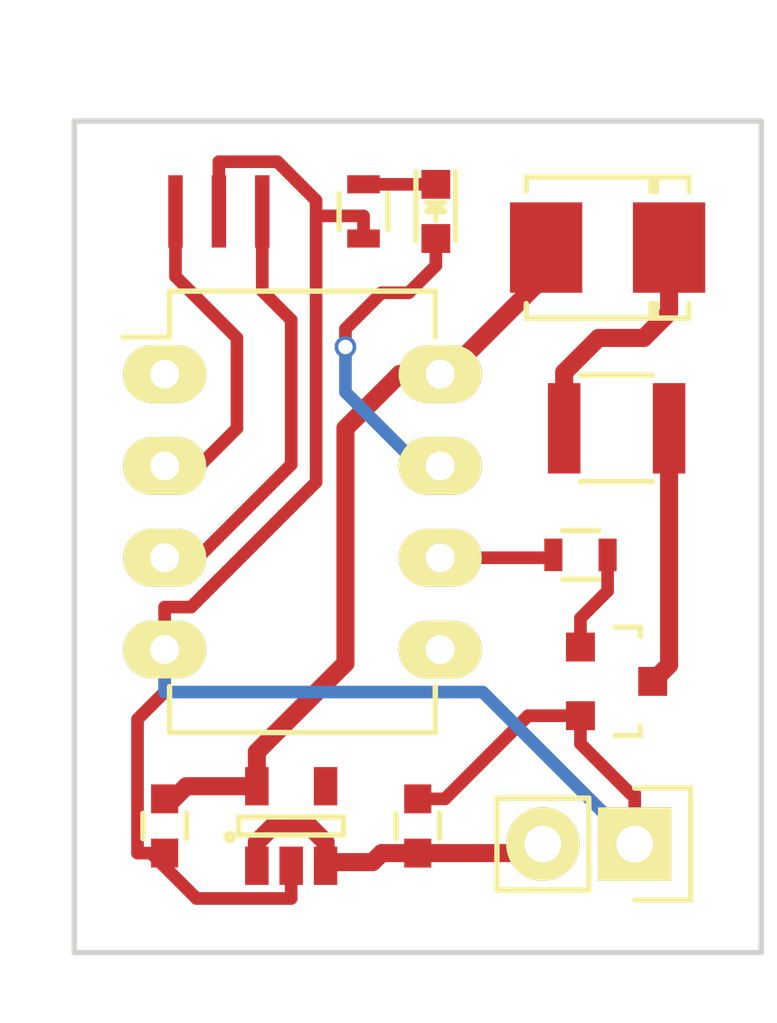
<source format=kicad_pcb>
(kicad_pcb (version 20171130) (host pcbnew "(5.1.12)-1")

  (general
    (thickness 1.6)
    (drawings 4)
    (tracks 105)
    (zones 0)
    (modules 12)
    (nets 15)
  )

  (page A4)
  (layers
    (0 F.Cu signal)
    (31 B.Cu signal)
    (32 B.Adhes user)
    (33 F.Adhes user hide)
    (34 B.Paste user)
    (35 F.Paste user)
    (36 B.SilkS user)
    (37 F.SilkS user)
    (38 B.Mask user)
    (39 F.Mask user)
    (40 Dwgs.User user)
    (41 Cmts.User user)
    (42 Eco1.User user)
    (43 Eco2.User user)
    (44 Edge.Cuts user)
    (45 Margin user)
    (46 B.CrtYd user)
    (47 F.CrtYd user)
    (48 B.Fab user)
    (49 F.Fab user)
  )

  (setup
    (last_trace_width 0.35)
    (trace_clearance 0.2)
    (zone_clearance 0.325)
    (zone_45_only no)
    (trace_min 0.2)
    (via_size 0.6)
    (via_drill 0.4)
    (via_min_size 0.4)
    (via_min_drill 0.3)
    (uvia_size 0.3)
    (uvia_drill 0.1)
    (uvias_allowed no)
    (uvia_min_size 0.2)
    (uvia_min_drill 0.1)
    (edge_width 0.15)
    (segment_width 0.2)
    (pcb_text_width 0.3)
    (pcb_text_size 1.5 1.5)
    (mod_edge_width 0.15)
    (mod_text_size 1 1)
    (mod_text_width 0.15)
    (pad_size 1.524 1.524)
    (pad_drill 0.762)
    (pad_to_mask_clearance 0.2)
    (aux_axis_origin 0 0)
    (visible_elements 7FFEFFFF)
    (pcbplotparams
      (layerselection 0x00030_80000001)
      (usegerberextensions false)
      (usegerberattributes true)
      (usegerberadvancedattributes true)
      (creategerberjobfile true)
      (excludeedgelayer true)
      (linewidth 0.100000)
      (plotframeref false)
      (viasonmask false)
      (mode 1)
      (useauxorigin false)
      (hpglpennumber 1)
      (hpglpenspeed 20)
      (hpglpendiameter 15.000000)
      (psnegative false)
      (psa4output false)
      (plotreference true)
      (plotvalue true)
      (plotinvisibletext false)
      (padsonsilk false)
      (subtractmaskfromsilk false)
      (outputformat 1)
      (mirror false)
      (drillshape 1)
      (scaleselection 1)
      (outputdirectory ""))
  )

  (net 0 "")
  (net 1 +5V)
  (net 2 "Net-(D1-Pad1)")
  (net 3 PB2)
  (net 4 PB1)
  (net 5 GND)
  (net 6 "Net-(IC1-Pad3)")
  (net 7 "Net-(IC1-Pad2)")
  (net 8 "Net-(Q1-Pad1)")
  (net 9 "Net-(Q1-Pad3)")
  (net 10 "Net-(C1-Pad1)")
  (net 11 PB0)
  (net 12 PB5)
  (net 13 "Net-(U1-Pad4)")
  (net 14 "Net-(D2-Pad1)")

  (net_class Default "This is the default net class."
    (clearance 0.2)
    (trace_width 0.35)
    (via_dia 0.6)
    (via_drill 0.4)
    (uvia_dia 0.3)
    (uvia_drill 0.1)
    (add_net GND)
    (add_net "Net-(D2-Pad1)")
    (add_net "Net-(IC1-Pad2)")
    (add_net "Net-(IC1-Pad3)")
    (add_net "Net-(Q1-Pad1)")
    (add_net "Net-(U1-Pad4)")
    (add_net PB0)
    (add_net PB1)
    (add_net PB2)
    (add_net PB5)
  )

  (net_class 5v ""
    (clearance 0.2)
    (trace_width 0.5)
    (via_dia 0.6)
    (via_drill 0.4)
    (uvia_dia 0.3)
    (uvia_drill 0.1)
    (add_net +5V)
  )

  (net_class d ""
    (clearance 0.2)
    (trace_width 0.5)
    (via_dia 0.6)
    (via_drill 0.4)
    (uvia_dia 0.3)
    (uvia_drill 0.1)
    (add_net "Net-(C1-Pad1)")
  )

  (net_class e ""
    (clearance 0.2)
    (trace_width 0.5)
    (via_dia 0.6)
    (via_drill 0.4)
    (uvia_dia 0.3)
    (uvia_drill 0.1)
    (add_net "Net-(D1-Pad1)")
    (add_net "Net-(Q1-Pad3)")
  )

  (net_class gndplane ""
    (clearance 0.1)
    (trace_width 0.25)
    (via_dia 0.6)
    (via_drill 0.4)
    (uvia_dia 0.3)
    (uvia_drill 0.1)
  )

  (module TO_SOT_Packages_SMD:SOT-23-5 (layer F.Cu) (tedit 57EF1933) (tstamp 57EF02C0)
    (at 106 119.5 90)
    (descr "5-pin SOT23 package")
    (tags SOT-23-5)
    (path /578DBE15)
    (attr smd)
    (fp_text reference U1 (at -0.05 -2.55 90) (layer F.SilkS) hide
      (effects (font (size 1 1) (thickness 0.15)))
    )
    (fp_text value "5.5v Reg" (at -0.05 2.35 90) (layer F.Fab)
      (effects (font (size 1 1) (thickness 0.15)))
    )
    (fp_circle (center -0.3 -1.7) (end -0.2 -1.7) (layer F.SilkS) (width 0.15))
    (fp_line (start -0.25 -1.45) (end -0.25 1.45) (layer F.SilkS) (width 0.15))
    (fp_line (start -0.25 1.45) (end 0.25 1.45) (layer F.SilkS) (width 0.15))
    (fp_line (start 0.25 1.45) (end 0.25 -1.45) (layer F.SilkS) (width 0.15))
    (fp_line (start 0.25 -1.45) (end -0.25 -1.45) (layer F.SilkS) (width 0.15))
    (fp_line (start -1.8 1.6) (end -1.8 -1.6) (layer F.CrtYd) (width 0.05))
    (fp_line (start 1.8 1.6) (end -1.8 1.6) (layer F.CrtYd) (width 0.05))
    (fp_line (start 1.8 -1.6) (end 1.8 1.6) (layer F.CrtYd) (width 0.05))
    (fp_line (start -1.8 -1.6) (end 1.8 -1.6) (layer F.CrtYd) (width 0.05))
    (pad 1 smd rect (at -1.1 -0.95 90) (size 1.06 0.65) (layers F.Cu F.Paste F.Mask)
      (net 10 "Net-(C1-Pad1)"))
    (pad 2 smd rect (at -1.1 0 90) (size 1.06 0.65) (layers F.Cu F.Paste F.Mask)
      (net 5 GND))
    (pad 3 smd rect (at -1.1 0.95 90) (size 1.06 0.65) (layers F.Cu F.Paste F.Mask)
      (net 10 "Net-(C1-Pad1)"))
    (pad 4 smd rect (at 1.1 0.95 90) (size 1.06 0.65) (layers F.Cu F.Paste F.Mask)
      (net 13 "Net-(U1-Pad4)"))
    (pad 5 smd rect (at 1.1 -0.95 90) (size 1.06 0.65) (layers F.Cu F.Paste F.Mask)
      (net 1 +5V))
    (model TO_SOT_Packages_SMD.3dshapes/SOT-23-5.wrl
      (at (xyz 0 0 0))
      (scale (xyz 1 1 1))
      (rotate (xyz 0 0 0))
    )
  )

  (module Diodes_SMD:DO-214BA (layer F.Cu) (tedit 57EF0F7D) (tstamp 57EF028A)
    (at 114.75 103.5 180)
    (descr "Microsemi LSM115J")
    (tags "DO-214BA diode")
    (path /57767E62)
    (attr smd)
    (fp_text reference D1 (at 0 -3 180) (layer F.SilkS) hide
      (effects (font (size 1 1) (thickness 0.15)))
    )
    (fp_text value LED (at 0 3 180) (layer F.Fab)
      (effects (font (size 1 1) (thickness 0.15)))
    )
    (fp_line (start 2.25 1.95) (end -2.25 1.95) (layer F.SilkS) (width 0.15))
    (fp_line (start -2.25 -1.95) (end 2.25 -1.95) (layer F.SilkS) (width 0.15))
    (fp_line (start -1.2 -1.55) (end -1.2 -1.95) (layer F.SilkS) (width 0.15))
    (fp_line (start -1.35 -1.55) (end -1.2 -1.55) (layer F.SilkS) (width 0.15))
    (fp_line (start -1.35 -1.95) (end -1.35 -1.55) (layer F.SilkS) (width 0.15))
    (fp_line (start -1.2 1.55) (end -1.2 1.95) (layer F.SilkS) (width 0.15))
    (fp_line (start -1.35 1.55) (end -1.2 1.55) (layer F.SilkS) (width 0.15))
    (fp_line (start -1.35 1.95) (end -1.35 1.55) (layer F.SilkS) (width 0.15))
    (fp_line (start 2.25 -1.95) (end 2.25 -1.55) (layer F.SilkS) (width 0.15))
    (fp_line (start 2.25 1.95) (end 2.25 1.55) (layer F.SilkS) (width 0.15))
    (fp_line (start -2.25 1.95) (end -2.25 1.55) (layer F.SilkS) (width 0.15))
    (fp_line (start -2.25 -1.95) (end -2.25 -1.55) (layer F.SilkS) (width 0.15))
    (fp_line (start -3 2.25) (end -3 -2.25) (layer F.CrtYd) (width 0.05))
    (fp_line (start 3 2.25) (end -3 2.25) (layer F.CrtYd) (width 0.05))
    (fp_line (start 3 -2.25) (end 3 2.25) (layer F.CrtYd) (width 0.05))
    (fp_line (start -3 -2.25) (end 3 -2.25) (layer F.CrtYd) (width 0.05))
    (pad 2 smd rect (at 1.7 0 180) (size 2 2.5) (layers F.Cu F.Paste F.Mask)
      (net 1 +5V))
    (pad 1 smd rect (at -1.7 0 180) (size 2 2.5) (layers F.Cu F.Paste F.Mask)
      (net 2 "Net-(D1-Pad1)"))
  )

  (module Housings_DIP:DIP-8_W7.62mm_LongPads (layer F.Cu) (tedit 57EF0F94) (tstamp 57EF0296)
    (at 102.5 107)
    (descr "8-lead dip package, row spacing 7.62 mm (300 mils), longer pads")
    (tags "dil dip 2.54 300")
    (path /57767CFC)
    (fp_text reference IC1 (at 0 -5.22) (layer F.SilkS) hide
      (effects (font (size 1 1) (thickness 0.15)))
    )
    (fp_text value ATTINY85-S (at 0 -3.72) (layer F.Fab)
      (effects (font (size 1 1) (thickness 0.15)))
    )
    (fp_line (start 0.135 -1.025) (end -1.15 -1.025) (layer F.SilkS) (width 0.15))
    (fp_line (start 0.135 9.915) (end 7.485 9.915) (layer F.SilkS) (width 0.15))
    (fp_line (start 0.135 -2.295) (end 7.485 -2.295) (layer F.SilkS) (width 0.15))
    (fp_line (start 0.135 9.915) (end 0.135 8.645) (layer F.SilkS) (width 0.15))
    (fp_line (start 7.485 9.915) (end 7.485 8.645) (layer F.SilkS) (width 0.15))
    (fp_line (start 7.485 -2.295) (end 7.485 -1.025) (layer F.SilkS) (width 0.15))
    (fp_line (start 0.135 -2.295) (end 0.135 -1.025) (layer F.SilkS) (width 0.15))
    (fp_line (start -1.4 10.1) (end 9 10.1) (layer F.CrtYd) (width 0.05))
    (fp_line (start -1.4 -2.45) (end 9 -2.45) (layer F.CrtYd) (width 0.05))
    (fp_line (start 9 -2.45) (end 9 10.1) (layer F.CrtYd) (width 0.05))
    (fp_line (start -1.4 -2.45) (end -1.4 10.1) (layer F.CrtYd) (width 0.05))
    (pad 1 thru_hole oval (at 0 0) (size 2.3 1.6) (drill 0.8) (layers *.Cu *.Mask F.SilkS)
      (net 12 PB5))
    (pad 2 thru_hole oval (at 0 2.54) (size 2.3 1.6) (drill 0.8) (layers *.Cu *.Mask F.SilkS)
      (net 7 "Net-(IC1-Pad2)"))
    (pad 3 thru_hole oval (at 0 5.08) (size 2.3 1.6) (drill 0.8) (layers *.Cu *.Mask F.SilkS)
      (net 6 "Net-(IC1-Pad3)"))
    (pad 4 thru_hole oval (at 0 7.62) (size 2.3 1.6) (drill 0.8) (layers *.Cu *.Mask F.SilkS)
      (net 5 GND))
    (pad 5 thru_hole oval (at 7.62 7.62) (size 2.3 1.6) (drill 0.8) (layers *.Cu *.Mask F.SilkS)
      (net 11 PB0))
    (pad 6 thru_hole oval (at 7.62 5.08) (size 2.3 1.6) (drill 0.8) (layers *.Cu *.Mask F.SilkS)
      (net 4 PB1))
    (pad 7 thru_hole oval (at 7.62 2.54) (size 2.3 1.6) (drill 0.8) (layers *.Cu *.Mask F.SilkS)
      (net 3 PB2))
    (pad 8 thru_hole oval (at 7.62 0) (size 2.3 1.6) (drill 0.8) (layers *.Cu *.Mask F.SilkS)
      (net 1 +5V))
    (model Housings_DIP.3dshapes/DIP-8_W7.62mm_LongPads.wrl
      (at (xyz 0 0 0))
      (scale (xyz 1 1 1))
      (rotate (xyz 0 0 0))
    )
  )

  (module Pin_Headers:Pin_Header_Straight_1x02 (layer F.Cu) (tedit 57EF0F54) (tstamp 57EF029C)
    (at 115.5 120 270)
    (descr "Through hole pin header")
    (tags "pin header")
    (path /5776943D)
    (fp_text reference P1 (at 0 -2.5 270) (layer F.SilkS) hide
      (effects (font (size 1 1) (thickness 0.15)))
    )
    (fp_text value CONN_01X02 (at 0 -3.1 270) (layer F.Fab)
      (effects (font (size 1 1) (thickness 0.15)))
    )
    (fp_line (start -1.27 3.81) (end 1.27 3.81) (layer F.SilkS) (width 0.15))
    (fp_line (start -1.27 1.27) (end -1.27 3.81) (layer F.SilkS) (width 0.15))
    (fp_line (start -1.55 -1.55) (end 1.55 -1.55) (layer F.SilkS) (width 0.15))
    (fp_line (start -1.55 0) (end -1.55 -1.55) (layer F.SilkS) (width 0.15))
    (fp_line (start 1.27 1.27) (end -1.27 1.27) (layer F.SilkS) (width 0.15))
    (fp_line (start -1.75 4.3) (end 1.75 4.3) (layer F.CrtYd) (width 0.05))
    (fp_line (start -1.75 -1.75) (end 1.75 -1.75) (layer F.CrtYd) (width 0.05))
    (fp_line (start 1.75 -1.75) (end 1.75 4.3) (layer F.CrtYd) (width 0.05))
    (fp_line (start -1.75 -1.75) (end -1.75 4.3) (layer F.CrtYd) (width 0.05))
    (fp_line (start 1.55 -1.55) (end 1.55 0) (layer F.SilkS) (width 0.15))
    (fp_line (start 1.27 1.27) (end 1.27 3.81) (layer F.SilkS) (width 0.15))
    (pad 1 thru_hole rect (at 0 0 270) (size 2.032 2.032) (drill 1.016) (layers *.Cu *.Mask F.SilkS)
      (net 5 GND))
    (pad 2 thru_hole oval (at 0 2.54 270) (size 2.032 2.032) (drill 1.016) (layers *.Cu *.Mask F.SilkS)
      (net 10 "Net-(C1-Pad1)"))
    (model Pin_Headers.3dshapes/Pin_Header_Straight_1x02.wrl
      (offset (xyz 0 -1.269999980926514 0))
      (scale (xyz 1 1 1))
      (rotate (xyz 0 0 90))
    )
  )

  (module TO_SOT_Packages_SMD:SOT-23 (layer F.Cu) (tedit 57EF0F76) (tstamp 57EF02AB)
    (at 115 115.5 270)
    (descr "SOT-23, Standard")
    (tags SOT-23)
    (path /57767F40)
    (attr smd)
    (fp_text reference Q1 (at 0 -2.25 270) (layer F.SilkS) hide
      (effects (font (size 1 1) (thickness 0.15)))
    )
    (fp_text value NMOS (at 0 2.3 270) (layer F.Fab)
      (effects (font (size 1 1) (thickness 0.15)))
    )
    (fp_line (start 1.49982 -0.65024) (end 1.49982 0.0508) (layer F.SilkS) (width 0.15))
    (fp_line (start 1.29916 -0.65024) (end 1.49982 -0.65024) (layer F.SilkS) (width 0.15))
    (fp_line (start -1.49982 -0.65024) (end -1.2509 -0.65024) (layer F.SilkS) (width 0.15))
    (fp_line (start -1.49982 0.0508) (end -1.49982 -0.65024) (layer F.SilkS) (width 0.15))
    (fp_line (start 1.29916 -0.65024) (end 1.2509 -0.65024) (layer F.SilkS) (width 0.15))
    (fp_line (start -1.65 1.6) (end -1.65 -1.6) (layer F.CrtYd) (width 0.05))
    (fp_line (start 1.65 1.6) (end -1.65 1.6) (layer F.CrtYd) (width 0.05))
    (fp_line (start 1.65 -1.6) (end 1.65 1.6) (layer F.CrtYd) (width 0.05))
    (fp_line (start -1.65 -1.6) (end 1.65 -1.6) (layer F.CrtYd) (width 0.05))
    (pad 1 smd rect (at -0.95 1.00076 270) (size 0.8001 0.8001) (layers F.Cu F.Paste F.Mask)
      (net 8 "Net-(Q1-Pad1)"))
    (pad 2 smd rect (at 0.95 1.00076 270) (size 0.8001 0.8001) (layers F.Cu F.Paste F.Mask)
      (net 5 GND))
    (pad 3 smd rect (at 0 -0.99822 270) (size 0.8001 0.8001) (layers F.Cu F.Paste F.Mask)
      (net 9 "Net-(Q1-Pad3)"))
    (model TO_SOT_Packages_SMD.3dshapes/SOT-23.wrl
      (at (xyz 0 0 0))
      (scale (xyz 1 1 1))
      (rotate (xyz 0 0 0))
    )
  )

  (module myResonatorLib:myResonator (layer F.Cu) (tedit 57EF0F8F) (tstamp 57EF02C7)
    (at 104 102.5)
    (path /57768644)
    (fp_text reference X1 (at 3 0) (layer F.SilkS) hide
      (effects (font (size 1 1) (thickness 0.15)))
    )
    (fp_text value CRYSTAL_SMD (at 0 -5) (layer F.Fab)
      (effects (font (size 1 1) (thickness 0.15)))
    )
    (pad 2 smd rect (at 1.2 0) (size 0.4 2) (layers F.Cu F.Paste F.Mask)
      (net 6 "Net-(IC1-Pad3)"))
    (pad 3 smd rect (at 0 0) (size 0.4 2) (layers F.Cu F.Paste F.Mask)
      (net 5 GND))
    (pad 1 smd rect (at -1.2 0) (size 0.4 2) (layers F.Cu F.Paste F.Mask)
      (net 7 "Net-(IC1-Pad2)"))
  )

  (module Resistors_SMD:R_1210 (layer F.Cu) (tedit 57EF0F84) (tstamp 57EF09B1)
    (at 115 108.5)
    (descr "Resistor SMD 1210, reflow soldering, Vishay (see dcrcw.pdf)")
    (tags "resistor 1210")
    (path /57767FD1)
    (attr smd)
    (fp_text reference R2 (at 0 -2.7) (layer F.SilkS) hide
      (effects (font (size 1 1) (thickness 0.15)))
    )
    (fp_text value 100 (at 0 2.7) (layer F.Fab)
      (effects (font (size 1 1) (thickness 0.15)))
    )
    (fp_line (start -1 -1.475) (end 1 -1.475) (layer F.SilkS) (width 0.15))
    (fp_line (start 1 1.475) (end -1 1.475) (layer F.SilkS) (width 0.15))
    (fp_line (start 2.2 -1.6) (end 2.2 1.6) (layer F.CrtYd) (width 0.05))
    (fp_line (start -2.2 -1.6) (end -2.2 1.6) (layer F.CrtYd) (width 0.05))
    (fp_line (start -2.2 1.6) (end 2.2 1.6) (layer F.CrtYd) (width 0.05))
    (fp_line (start -2.2 -1.6) (end 2.2 -1.6) (layer F.CrtYd) (width 0.05))
    (pad 1 smd rect (at -1.45 0) (size 0.9 2.5) (layers F.Cu F.Paste F.Mask)
      (net 2 "Net-(D1-Pad1)"))
    (pad 2 smd rect (at 1.45 0) (size 0.9 2.5) (layers F.Cu F.Paste F.Mask)
      (net 9 "Net-(Q1-Pad3)"))
    (model Resistors_SMD.3dshapes/R_1210.wrl
      (at (xyz 0 0 0))
      (scale (xyz 1 1 1))
      (rotate (xyz 0 0 0))
    )
  )

  (module Capacitors_SMD:C_0603 (layer F.Cu) (tedit 57EF192E) (tstamp 57EF153A)
    (at 109.5 119.5 90)
    (descr "Capacitor SMD 0603, reflow soldering, AVX (see smccp.pdf)")
    (tags "capacitor 0603")
    (path /5776A425)
    (attr smd)
    (fp_text reference C1 (at 0 -1.9 90) (layer F.SilkS) hide
      (effects (font (size 1 1) (thickness 0.15)))
    )
    (fp_text value .1u (at 0 1.9 90) (layer F.Fab)
      (effects (font (size 1 1) (thickness 0.15)))
    )
    (fp_line (start 0.35 0.6) (end -0.35 0.6) (layer F.SilkS) (width 0.15))
    (fp_line (start -0.35 -0.6) (end 0.35 -0.6) (layer F.SilkS) (width 0.15))
    (fp_line (start 1.45 -0.75) (end 1.45 0.75) (layer F.CrtYd) (width 0.05))
    (fp_line (start -1.45 -0.75) (end -1.45 0.75) (layer F.CrtYd) (width 0.05))
    (fp_line (start -1.45 0.75) (end 1.45 0.75) (layer F.CrtYd) (width 0.05))
    (fp_line (start -1.45 -0.75) (end 1.45 -0.75) (layer F.CrtYd) (width 0.05))
    (fp_line (start -0.8 -0.4) (end 0.8 -0.4) (layer F.Fab) (width 0.15))
    (fp_line (start 0.8 -0.4) (end 0.8 0.4) (layer F.Fab) (width 0.15))
    (fp_line (start 0.8 0.4) (end -0.8 0.4) (layer F.Fab) (width 0.15))
    (fp_line (start -0.8 0.4) (end -0.8 -0.4) (layer F.Fab) (width 0.15))
    (pad 1 smd rect (at -0.75 0 90) (size 0.8 0.75) (layers F.Cu F.Paste F.Mask)
      (net 10 "Net-(C1-Pad1)"))
    (pad 2 smd rect (at 0.75 0 90) (size 0.8 0.75) (layers F.Cu F.Paste F.Mask)
      (net 5 GND))
    (model Capacitors_SMD.3dshapes/C_0603.wrl
      (at (xyz 0 0 0))
      (scale (xyz 1 1 1))
      (rotate (xyz 0 0 0))
    )
  )

  (module Capacitors_SMD:C_0603 (layer F.Cu) (tedit 57EF193A) (tstamp 57EF1540)
    (at 102.5 119.5 270)
    (descr "Capacitor SMD 0603, reflow soldering, AVX (see smccp.pdf)")
    (tags "capacitor 0603")
    (path /578DC68D)
    (attr smd)
    (fp_text reference C2 (at 0 -1.9 270) (layer F.SilkS) hide
      (effects (font (size 1 1) (thickness 0.15)))
    )
    (fp_text value .1u (at 0 1.9 270) (layer F.Fab)
      (effects (font (size 1 1) (thickness 0.15)))
    )
    (fp_line (start 0.35 0.6) (end -0.35 0.6) (layer F.SilkS) (width 0.15))
    (fp_line (start -0.35 -0.6) (end 0.35 -0.6) (layer F.SilkS) (width 0.15))
    (fp_line (start 1.45 -0.75) (end 1.45 0.75) (layer F.CrtYd) (width 0.05))
    (fp_line (start -1.45 -0.75) (end -1.45 0.75) (layer F.CrtYd) (width 0.05))
    (fp_line (start -1.45 0.75) (end 1.45 0.75) (layer F.CrtYd) (width 0.05))
    (fp_line (start -1.45 -0.75) (end 1.45 -0.75) (layer F.CrtYd) (width 0.05))
    (fp_line (start -0.8 -0.4) (end 0.8 -0.4) (layer F.Fab) (width 0.15))
    (fp_line (start 0.8 -0.4) (end 0.8 0.4) (layer F.Fab) (width 0.15))
    (fp_line (start 0.8 0.4) (end -0.8 0.4) (layer F.Fab) (width 0.15))
    (fp_line (start -0.8 0.4) (end -0.8 -0.4) (layer F.Fab) (width 0.15))
    (pad 1 smd rect (at -0.75 0 270) (size 0.8 0.75) (layers F.Cu F.Paste F.Mask)
      (net 1 +5V))
    (pad 2 smd rect (at 0.75 0 270) (size 0.8 0.75) (layers F.Cu F.Paste F.Mask)
      (net 5 GND))
    (model Capacitors_SMD.3dshapes/C_0603.wrl
      (at (xyz 0 0 0))
      (scale (xyz 1 1 1))
      (rotate (xyz 0 0 0))
    )
  )

  (module LEDs:LED_0603 (layer F.Cu) (tedit 57EF1911) (tstamp 57EF1546)
    (at 110 102.5 270)
    (descr "LED 0603 smd package")
    (tags "LED led 0603 SMD smd SMT smt smdled SMDLED smtled SMTLED")
    (path /57EF15D7)
    (attr smd)
    (fp_text reference D2 (at 0 -1.5 270) (layer F.SilkS) hide
      (effects (font (size 1 1) (thickness 0.15)))
    )
    (fp_text value LED (at 0 1.5 270) (layer F.Fab)
      (effects (font (size 1 1) (thickness 0.15)))
    )
    (fp_line (start -1.4 -0.75) (end 1.4 -0.75) (layer F.CrtYd) (width 0.05))
    (fp_line (start -1.4 0.75) (end -1.4 -0.75) (layer F.CrtYd) (width 0.05))
    (fp_line (start 1.4 0.75) (end -1.4 0.75) (layer F.CrtYd) (width 0.05))
    (fp_line (start 1.4 -0.75) (end 1.4 0.75) (layer F.CrtYd) (width 0.05))
    (fp_line (start 0 0.25) (end -0.25 0) (layer F.SilkS) (width 0.15))
    (fp_line (start 0 -0.25) (end 0 0.25) (layer F.SilkS) (width 0.15))
    (fp_line (start -0.25 0) (end 0 -0.25) (layer F.SilkS) (width 0.15))
    (fp_line (start -0.25 -0.25) (end -0.25 0.25) (layer F.SilkS) (width 0.15))
    (fp_line (start -0.2 0) (end 0.25 0) (layer F.SilkS) (width 0.15))
    (fp_line (start -1.1 -0.55) (end 0.8 -0.55) (layer F.SilkS) (width 0.15))
    (fp_line (start -1.1 0.55) (end 0.8 0.55) (layer F.SilkS) (width 0.15))
    (fp_line (start -0.8 0.4) (end -0.8 -0.4) (layer F.Fab) (width 0.15))
    (fp_line (start -0.8 -0.4) (end 0.8 -0.4) (layer F.Fab) (width 0.15))
    (fp_line (start 0.8 -0.4) (end 0.8 0.4) (layer F.Fab) (width 0.15))
    (fp_line (start 0.8 0.4) (end -0.8 0.4) (layer F.Fab) (width 0.15))
    (fp_line (start 0.1 -0.2) (end 0.1 0.2) (layer F.Fab) (width 0.15))
    (fp_line (start 0.1 0.2) (end -0.2 0) (layer F.Fab) (width 0.15))
    (fp_line (start -0.2 0) (end 0.1 -0.2) (layer F.Fab) (width 0.15))
    (fp_line (start -0.3 -0.2) (end -0.3 0.2) (layer F.Fab) (width 0.15))
    (pad 2 smd rect (at 0.7493 0 90) (size 0.79756 0.79756) (layers F.Cu F.Paste F.Mask)
      (net 3 PB2))
    (pad 1 smd rect (at -0.7493 0 90) (size 0.79756 0.79756) (layers F.Cu F.Paste F.Mask)
      (net 14 "Net-(D2-Pad1)"))
    (model LEDs.3dshapes/LED_0603.wrl
      (at (xyz 0 0 0))
      (scale (xyz 1 1 1))
      (rotate (xyz 0 0 180))
    )
  )

  (module Resistors_SMD:R_0603 (layer F.Cu) (tedit 57EF1926) (tstamp 57EF154C)
    (at 114 112)
    (descr "Resistor SMD 0603, reflow soldering, Vishay (see dcrcw.pdf)")
    (tags "resistor 0603")
    (path /57768AA8)
    (attr smd)
    (fp_text reference R1 (at 0 -1.9) (layer F.SilkS) hide
      (effects (font (size 1 1) (thickness 0.15)))
    )
    (fp_text value 470 (at 0 1.9) (layer F.Fab)
      (effects (font (size 1 1) (thickness 0.15)))
    )
    (fp_line (start -0.5 -0.675) (end 0.5 -0.675) (layer F.SilkS) (width 0.15))
    (fp_line (start 0.5 0.675) (end -0.5 0.675) (layer F.SilkS) (width 0.15))
    (fp_line (start 1.3 -0.8) (end 1.3 0.8) (layer F.CrtYd) (width 0.05))
    (fp_line (start -1.3 -0.8) (end -1.3 0.8) (layer F.CrtYd) (width 0.05))
    (fp_line (start -1.3 0.8) (end 1.3 0.8) (layer F.CrtYd) (width 0.05))
    (fp_line (start -1.3 -0.8) (end 1.3 -0.8) (layer F.CrtYd) (width 0.05))
    (pad 1 smd rect (at -0.75 0) (size 0.5 0.9) (layers F.Cu F.Paste F.Mask)
      (net 4 PB1))
    (pad 2 smd rect (at 0.75 0) (size 0.5 0.9) (layers F.Cu F.Paste F.Mask)
      (net 8 "Net-(Q1-Pad1)"))
    (model Resistors_SMD.3dshapes/R_0603.wrl
      (at (xyz 0 0 0))
      (scale (xyz 1 1 1))
      (rotate (xyz 0 0 0))
    )
  )

  (module Resistors_SMD:R_0603 (layer F.Cu) (tedit 57EF1917) (tstamp 57EF1552)
    (at 108 102.5 270)
    (descr "Resistor SMD 0603, reflow soldering, Vishay (see dcrcw.pdf)")
    (tags "resistor 0603")
    (path /57EF17AB)
    (attr smd)
    (fp_text reference R3 (at 0 -1.9 270) (layer F.SilkS) hide
      (effects (font (size 1 1) (thickness 0.15)))
    )
    (fp_text value 470 (at 0 1.9 270) (layer F.Fab)
      (effects (font (size 1 1) (thickness 0.15)))
    )
    (fp_line (start -0.5 -0.675) (end 0.5 -0.675) (layer F.SilkS) (width 0.15))
    (fp_line (start 0.5 0.675) (end -0.5 0.675) (layer F.SilkS) (width 0.15))
    (fp_line (start 1.3 -0.8) (end 1.3 0.8) (layer F.CrtYd) (width 0.05))
    (fp_line (start -1.3 -0.8) (end -1.3 0.8) (layer F.CrtYd) (width 0.05))
    (fp_line (start -1.3 0.8) (end 1.3 0.8) (layer F.CrtYd) (width 0.05))
    (fp_line (start -1.3 -0.8) (end 1.3 -0.8) (layer F.CrtYd) (width 0.05))
    (pad 1 smd rect (at -0.75 0 270) (size 0.5 0.9) (layers F.Cu F.Paste F.Mask)
      (net 14 "Net-(D2-Pad1)"))
    (pad 2 smd rect (at 0.75 0 270) (size 0.5 0.9) (layers F.Cu F.Paste F.Mask)
      (net 5 GND))
    (model Resistors_SMD.3dshapes/R_0603.wrl
      (at (xyz 0 0 0))
      (scale (xyz 1 1 1))
      (rotate (xyz 0 0 0))
    )
  )

  (gr_line (start 119 123) (end 100 123) (angle 90) (layer Edge.Cuts) (width 0.15))
  (gr_line (start 119 100) (end 100 100) (angle 90) (layer Edge.Cuts) (width 0.15))
  (gr_line (start 119 100) (end 119 123) (angle 90) (layer Edge.Cuts) (width 0.15))
  (gr_line (start 100 123) (end 100 100) (angle 90) (layer Edge.Cuts) (width 0.15))

  (segment (start 113.21 104) (end 113.05 103.84) (width 0.5) (layer F.Cu) (net 1))
  (segment (start 113.05 103.84) (end 113.05 103.5) (width 0.5) (layer F.Cu) (net 1))
  (segment (start 113.21 104) (end 113.12 104) (width 0.5) (layer F.Cu) (net 1))
  (segment (start 110.12 107) (end 110.3 107) (width 0.5) (layer F.Cu) (net 1))
  (segment (start 110.3 107) (end 113.3 104) (width 0.5) (layer F.Cu) (net 1))
  (segment (start 113.3 104) (end 113.21 104) (width 0.5) (layer F.Cu) (net 1))
  (segment (start 105.05 118.4) (end 105.05 117.45) (width 0.5) (layer F.Cu) (net 1))
  (segment (start 105.05 117.45) (end 107.5 115) (width 0.5) (layer F.Cu) (net 1))
  (segment (start 107.5 115) (end 107.5 108.5) (width 0.5) (layer F.Cu) (net 1))
  (segment (start 107.5 108.5) (end 109 107) (width 0.5) (layer F.Cu) (net 1))
  (segment (start 102.5 118.75) (end 102.75 118.75) (width 0.5) (layer F.Cu) (net 1))
  (segment (start 102.75 118.75) (end 103.1 118.4) (width 0.5) (layer F.Cu) (net 1))
  (segment (start 103.1 118.4) (end 105.05 118.4) (width 0.5) (layer F.Cu) (net 1))
  (segment (start 110.12 107) (end 109 107) (width 0.5) (layer F.Cu) (net 1))
  (segment (start 109 107) (end 110.12 107) (width 0.5) (layer F.Cu) (net 1))
  (segment (start 109 107) (end 110.12 107) (width 0.5) (layer F.Cu) (net 1))
  (segment (start 113.55 108.5) (end 113.55 107.95) (width 0.5) (layer F.Cu) (net 2))
  (segment (start 113.55 108.5) (end 113.55 107.95) (width 0.75) (layer F.Cu) (net 2))
  (segment (start 113.55 107.95) (end 113.55 106.95) (width 0.5) (layer F.Cu) (net 2))
  (segment (start 113.55 106.95) (end 114.5 106) (width 0.5) (layer F.Cu) (net 2))
  (segment (start 114.5 106) (end 115.75 106) (width 0.5) (layer F.Cu) (net 2))
  (segment (start 115.75 106) (end 116.45 105.3) (width 0.5) (layer F.Cu) (net 2))
  (segment (start 116.45 105.3) (end 116.45 103.5) (width 0.5) (layer F.Cu) (net 2))
  (segment (start 110 103.2493) (end 110 103.249) (width 0.35) (layer F.Cu) (net 3))
  (segment (start 107.5 106.25) (end 107.5 105.75) (width 0.35) (layer F.Cu) (net 3))
  (segment (start 107.5 105.75) (end 108.5 104.75) (width 0.35) (layer F.Cu) (net 3))
  (segment (start 108.5 104.75) (end 109.25 104.75) (width 0.35) (layer F.Cu) (net 3))
  (segment (start 109.25 104.75) (end 110 104) (width 0.35) (layer F.Cu) (net 3))
  (segment (start 110 104) (end 110 103.2493) (width 0.35) (layer F.Cu) (net 3))
  (segment (start 110.12 109.54) (end 109.54 109.54) (width 0.35) (layer B.Cu) (net 3))
  (segment (start 109.54 109.54) (end 107.5 107.5) (width 0.35) (layer B.Cu) (net 3))
  (segment (start 107.5 107.5) (end 107.5 106.25) (width 0.35) (layer B.Cu) (net 3))
  (via (at 107.5 106.25) (size 0.6) (layers F.Cu B.Cu) (net 3))
  (segment (start 110.58 112.08) (end 113.17 112.08) (width 0.35) (layer F.Cu) (net 4))
  (segment (start 113.17 112.08) (end 113.25 112) (width 0.35) (layer F.Cu) (net 4))
  (segment (start 110.12 112.08) (end 110.58 112.08) (width 0.35) (layer F.Cu) (net 4))
  (segment (start 110.58 112.08) (end 111.08 112.08) (width 0.35) (layer F.Cu) (net 4))
  (segment (start 110.12 112.08) (end 110.58 112.08) (width 0.35) (layer F.Cu) (net 4))
  (segment (start 110.12 112.08) (end 110.58 112.08) (width 0.35) (layer F.Cu) (net 4))
  (segment (start 106 120.6) (end 106 121.5051) (width 0.35) (layer F.Cu) (net 5))
  (segment (start 102.125 120.25) (end 103.3801 121.5051) (width 0.35) (layer F.Cu) (net 5))
  (segment (start 103.3801 121.5051) (end 106 121.5051) (width 0.35) (layer F.Cu) (net 5))
  (segment (start 102.125 120.25) (end 101.7499 120.25) (width 0.35) (layer F.Cu) (net 5))
  (segment (start 102.5 120.25) (end 102.125 120.25) (width 0.35) (layer F.Cu) (net 5))
  (segment (start 102.5 114.62) (end 102.5 115.7951) (width 0.35) (layer B.Cu) (net 5))
  (segment (start 115.5 120) (end 111.2951 115.7951) (width 0.35) (layer B.Cu) (net 5))
  (segment (start 111.2951 115.7951) (end 102.5 115.7951) (width 0.35) (layer B.Cu) (net 5))
  (segment (start 115.5 120) (end 115.5 118.6089) (width 0.35) (layer F.Cu) (net 5))
  (segment (start 113.9992 116.45) (end 113.9992 117.2252) (width 0.35) (layer F.Cu) (net 5))
  (segment (start 113.9992 117.2252) (end 115.3829 118.6089) (width 0.35) (layer F.Cu) (net 5))
  (segment (start 115.3829 118.6089) (end 115.5 118.6089) (width 0.35) (layer F.Cu) (net 5))
  (segment (start 110.2501 118.75) (end 112.5501 116.45) (width 0.35) (layer F.Cu) (net 5))
  (segment (start 112.5501 116.45) (end 113.9992 116.45) (width 0.35) (layer F.Cu) (net 5))
  (segment (start 106.6875 102.6249) (end 106.6875 109.9898) (width 0.35) (layer F.Cu) (net 5))
  (segment (start 106.6875 109.9898) (end 103.2324 113.4449) (width 0.35) (layer F.Cu) (net 5))
  (segment (start 103.2324 113.4449) (end 102.5 113.4449) (width 0.35) (layer F.Cu) (net 5))
  (segment (start 104 101.1249) (end 105.6171 101.1249) (width 0.35) (layer F.Cu) (net 5))
  (segment (start 105.6171 101.1249) (end 106.6875 102.1953) (width 0.35) (layer F.Cu) (net 5))
  (segment (start 106.6875 102.1953) (end 106.6875 102.6249) (width 0.35) (layer F.Cu) (net 5))
  (segment (start 108 102.6249) (end 106.6875 102.6249) (width 0.35) (layer F.Cu) (net 5))
  (segment (start 102.5 114.62) (end 102.5 113.4449) (width 0.35) (layer F.Cu) (net 5))
  (segment (start 109.5 118.75) (end 110.2501 118.75) (width 0.35) (layer F.Cu) (net 5))
  (segment (start 102.5 114.62) (end 102.5 115.7951) (width 0.35) (layer F.Cu) (net 5))
  (segment (start 101.7499 120.25) (end 101.7499 116.5452) (width 0.35) (layer F.Cu) (net 5))
  (segment (start 101.7499 116.5452) (end 102.5 115.7951) (width 0.35) (layer F.Cu) (net 5))
  (segment (start 104 102.5) (end 104 101.1249) (width 0.35) (layer F.Cu) (net 5))
  (segment (start 108 103.25) (end 108 102.6249) (width 0.35) (layer F.Cu) (net 5))
  (segment (start 105.2 102.5) (end 105.2 104.7) (width 0.35) (layer F.Cu) (net 6))
  (segment (start 105.2 104.7) (end 106 105.5) (width 0.35) (layer F.Cu) (net 6))
  (segment (start 106 105.5) (end 106 109.5) (width 0.35) (layer F.Cu) (net 6))
  (segment (start 106 109.5) (end 103.42 112.08) (width 0.35) (layer F.Cu) (net 6))
  (segment (start 103.42 112.08) (end 102.5 112.08) (width 0.35) (layer F.Cu) (net 6))
  (segment (start 102.8 102.5) (end 102.8 104.3) (width 0.35) (layer F.Cu) (net 7))
  (segment (start 102.8 104.3) (end 104.5 106) (width 0.35) (layer F.Cu) (net 7))
  (segment (start 104.5 106) (end 104.5 108.5) (width 0.35) (layer F.Cu) (net 7))
  (segment (start 104.5 108.5) (end 103.46 109.54) (width 0.35) (layer F.Cu) (net 7))
  (segment (start 103.46 109.54) (end 102.5 109.54) (width 0.35) (layer F.Cu) (net 7))
  (segment (start 113.999 114.1505) (end 113.9992 114.1507) (width 0.35) (layer F.Cu) (net 8))
  (segment (start 113.9992 114.1507) (end 113.9992 114.55) (width 0.35) (layer F.Cu) (net 8))
  (segment (start 113.999 114.1505) (end 113.999 114.55) (width 0.35) (layer F.Cu) (net 8))
  (segment (start 114.75 112) (end 114.75 113) (width 0.35) (layer F.Cu) (net 8))
  (segment (start 114.75 113) (end 113.999 113.751) (width 0.35) (layer F.Cu) (net 8))
  (segment (start 113.999 113.751) (end 113.999 114.1505) (width 0.35) (layer F.Cu) (net 8))
  (segment (start 115.9982 115.4998) (end 115.9982 115.5) (width 0.5) (layer F.Cu) (net 9))
  (segment (start 116.45 108.5) (end 116.45 115.048) (width 0.5) (layer F.Cu) (net 9))
  (segment (start 116.45 115.048) (end 115.9982 115.4998) (width 0.5) (layer F.Cu) (net 9))
  (segment (start 115.9982 115.4998) (end 115.998 115.5) (width 0.5) (layer F.Cu) (net 9))
  (segment (start 116.498 108.548) (end 116.45 108.5) (width 0.5) (layer F.Cu) (net 9))
  (segment (start 106.95 120.55) (end 106.95 120.6) (width 0.5) (layer F.Cu) (net 10))
  (segment (start 105.05 120.6) (end 105.05 119.95) (width 0.5) (layer F.Cu) (net 10))
  (segment (start 105.05 119.95) (end 105.5 119.5) (width 0.5) (layer F.Cu) (net 10))
  (segment (start 105.5 119.5) (end 106.5 119.5) (width 0.5) (layer F.Cu) (net 10))
  (segment (start 106.5 119.5) (end 106.95 119.95) (width 0.5) (layer F.Cu) (net 10))
  (segment (start 106.95 119.95) (end 106.95 120.55) (width 0.5) (layer F.Cu) (net 10))
  (segment (start 106.95 120.55) (end 106.95 120.6) (width 0.5) (layer F.Cu) (net 10))
  (segment (start 109.5 120.25) (end 112.71 120.25) (width 0.5) (layer F.Cu) (net 10))
  (segment (start 112.71 120.25) (end 112.96 120) (width 0.5) (layer F.Cu) (net 10))
  (segment (start 109.5 120.25) (end 108.5 120.25) (width 0.5) (layer F.Cu) (net 10))
  (segment (start 108.5 120.25) (end 108.25 120.5) (width 0.5) (layer F.Cu) (net 10))
  (segment (start 108.25 120.5) (end 107.05 120.5) (width 0.5) (layer F.Cu) (net 10))
  (segment (start 107.05 120.5) (end 106.95 120.6) (width 0.5) (layer F.Cu) (net 10))
  (segment (start 109.9997 101.751) (end 110 101.7507) (width 0.35) (layer F.Cu) (net 14))
  (segment (start 109.9997 101.751) (end 108.001 101.751) (width 0.35) (layer F.Cu) (net 14))
  (segment (start 108.001 101.751) (end 108 101.75) (width 0.35) (layer F.Cu) (net 14))
  (segment (start 110 101.751) (end 109.9997 101.751) (width 0.35) (layer F.Cu) (net 14))

)

</source>
